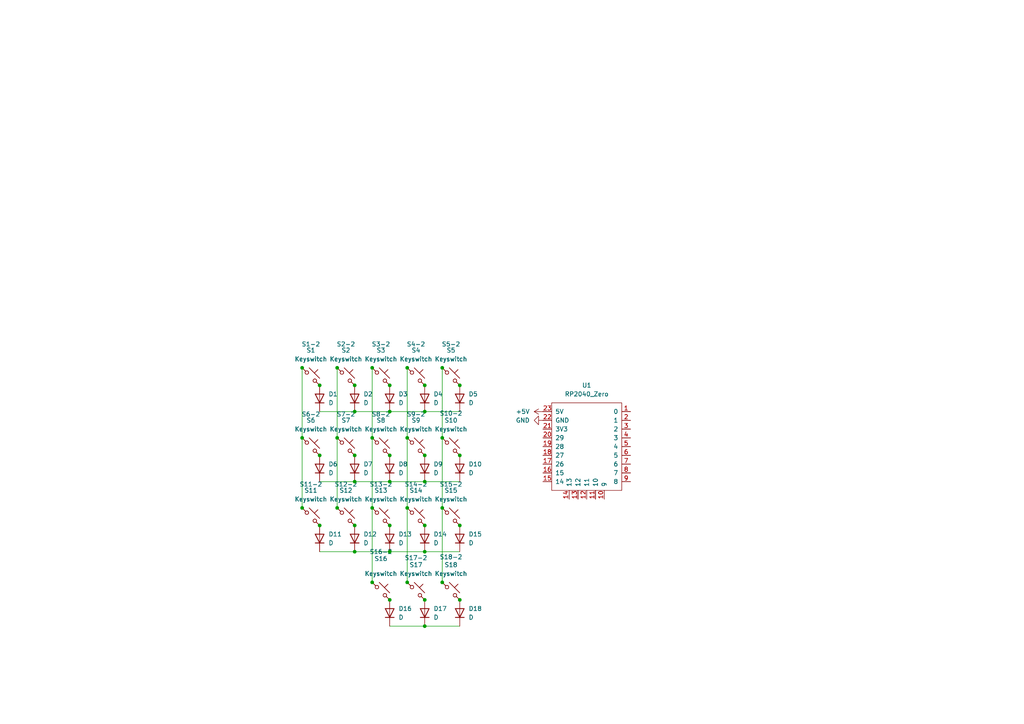
<source format=kicad_sch>
(kicad_sch (version 20250114) (generator "eeschema") (generator_version "9.0")
  (paper "A4")
  (lib_symbols
    (symbol "Device:D" (pin_numbers (hide yes)) (pin_names (offset 1.016) (hide yes))
      (property "Reference" "D" (at 0 2.54 0))
      (property "Value" "D" (at 0 -2.54 0))
      (symbol "D_0_1"
        (polyline (pts (xy -1.27 1.27) (xy -1.27 -1.27)) (stroke (width 0.254)))
        (polyline (pts (xy 1.27 1.27) (xy 1.27 -1.27) (xy -1.27 0) (xy 1.27 1.27)) (stroke (width 0.254)))
        (polyline (pts (xy 1.27 0) (xy -1.27 0)))
      )
      (symbol "D_1_1"
        (pin passive line (at -3.81 0 0) (length 2.54) (name "K") (number "1"))
        (pin passive line (at 3.81 0 180) (length 2.54) (name "A") (number "2"))
      )
    )
    (symbol "ScottoKeebs:MCU_RP2040_Zero" (pin_names (offset 1.016))
      (property "Reference" "U" (at 0 15.24 0))
      (property "Value" "RP2040_Zero" (at 0 12.7 0))
      (symbol "MCU_RP2040_Zero_0_1"
        (rectangle (start -10.16 11.43) (end 10.16 -13.97))
      )
      (symbol "MCU_RP2040_Zero_1_1"
        (pin power_out line (at -12.7 8.89 0) (length 2.54) (name "5V") (number "23"))
        (pin power_out line (at -12.7 6.35 0) (length 2.54) (name "GND") (number "22"))
        (pin power_out line (at -12.7 3.81 0) (length 2.54) (name "3V3") (number "21"))
        (pin bidirectional line (at -12.7 1.27 0) (length 2.54) (name "29") (number "20"))
        (pin bidirectional line (at -12.7 -1.27 0) (length 2.54) (name "28") (number "19"))
        (pin bidirectional line (at -12.7 -3.81 0) (length 2.54) (name "27") (number "18"))
        (pin bidirectional line (at -12.7 -6.35 0) (length 2.54) (name "26") (number "17"))
        (pin bidirectional line (at -12.7 -8.89 0) (length 2.54) (name "15") (number "16"))
        (pin bidirectional line (at -12.7 -11.43 0) (length 2.54) (name "14") (number "15"))
        (pin bidirectional line (at -5.08 -16.51 90) (length 2.54) (name "13") (number "14"))
        (pin bidirectional line (at -2.54 -16.51 90) (length 2.54) (name "12") (number "13"))
        (pin bidirectional line (at 0 -16.51 90) (length 2.54) (name "11") (number "12"))
        (pin bidirectional line (at 2.54 -16.51 90) (length 2.54) (name "10") (number "11"))
        (pin bidirectional line (at 5.08 -16.51 90) (length 2.54) (name "9") (number "10"))
        (pin bidirectional line (at 12.7 8.89 180) (length 2.54) (name "0") (number "1"))
        (pin bidirectional line (at 12.7 6.35 180) (length 2.54) (name "1") (number "2"))
        (pin bidirectional line (at 12.7 3.81 180) (length 2.54) (name "2") (number "3"))
        (pin bidirectional line (at 12.7 1.27 180) (length 2.54) (name "3") (number "4"))
        (pin bidirectional line (at 12.7 -1.27 180) (length 2.54) (name "4") (number "5"))
        (pin bidirectional line (at 12.7 -3.81 180) (length 2.54) (name "5") (number "6"))
        (pin bidirectional line (at 12.7 -6.35 180) (length 2.54) (name "6") (number "7"))
        (pin bidirectional line (at 12.7 -8.89 180) (length 2.54) (name "7") (number "8"))
        (pin bidirectional line (at 12.7 -11.43 180) (length 2.54) (name "8") (number "9"))
      )
    )
    (symbol "ScottoKeebs:Placeholder_Keyswitch" (pin_numbers (hide yes)) (pin_names (offset 1.016) (hide yes))
      (property "Reference" "S" (at 3.048 1.016 0))
      (property "Value" "Keyswitch" (at 0 -3.81 0))
      (symbol "Placeholder_Keyswitch_0_1"
        (polyline (pts (xy -2.54 2.54) (xy -1.524 1.524) (xy -1.524 1.524)))
        (circle (center -1.1684 1.1684) (radius 0.508))
        (polyline (pts (xy -0.508 2.54) (xy 2.54 -0.508)))
        (polyline (pts (xy 1.016 1.016) (xy 2.032 2.032)))
        (circle (center 1.143 -1.1938) (radius 0.508))
        (polyline (pts (xy 1.524 -1.524) (xy 2.54 -2.54) (xy 2.54 -2.54) (xy 2.54 -2.54)))
        (pin passive line (at -2.54 2.54 0) (length 0) (name "1") (number "1"))
        (pin passive line (at 2.54 -2.54 180) (length 0) (name "2") (number "2"))
      )
    )
    (symbol "power:+5V" (power) (pin_numbers (hide yes)) (pin_names (offset 0) (hide yes))
      (property "Value" "+5V" (at 0 3.556 0))
      (symbol "+5V_0_1"
        (polyline (pts (xy -0.762 1.27) (xy 0 2.54)))
        (polyline (pts (xy 0 2.54) (xy 0.762 1.27)))
        (polyline (pts (xy 0 0) (xy 0 2.54)))
      )
      (symbol "+5V_1_1"
        (pin power_in line (at 0 0 90) (length 0) (name "~") (number "1"))
      )
    )
    (symbol "power:GND" (power) (pin_numbers (hide yes)) (pin_names (offset 0) (hide yes))
      (property "Value" "GND" (at 0 -3.81 0))
      (symbol "GND_0_1"
        (polyline (pts (xy 0 0) (xy 0 -1.27) (xy 1.27 -1.27) (xy 0 -2.54) (xy -1.27 -1.27) (xy 0 -1.27)))
      )
      (symbol "GND_1_1"
        (pin power_in line (at 0 0 270) (length 0) (name "~") (number "1"))
      )
    )
  )
  (junction (at 97.79 106.68))
  (junction (at 102.87 152.4))
  (junction (at 123.19 181.61))
  (junction (at 102.87 139.7))
  (junction (at 102.87 160.02))
  (junction (at 123.19 119.38))
  (junction (at 128.27 127))
  (junction (at 113.03 111.76))
  (junction (at 113.03 173.99))
  (junction (at 113.03 119.38))
  (junction (at 107.95 106.68))
  (junction (at 97.79 147.32))
  (junction (at 113.03 160.02))
  (junction (at 133.35 111.76))
  (junction (at 123.19 111.76))
  (junction (at 102.87 132.08))
  (junction (at 102.87 119.38))
  (junction (at 128.27 106.68))
  (junction (at 118.11 147.32))
  (junction (at 113.03 152.4))
  (junction (at 133.35 152.4))
  (junction (at 92.71 111.76))
  (junction (at 118.11 106.68))
  (junction (at 123.19 132.08))
  (junction (at 87.63 147.32))
  (junction (at 113.03 132.08))
  (junction (at 107.95 168.91))
  (junction (at 123.19 160.02))
  (junction (at 97.79 127))
  (junction (at 107.95 127))
  (junction (at 133.35 132.08))
  (junction (at 118.11 127))
  (junction (at 128.27 147.32))
  (junction (at 87.63 106.68))
  (junction (at 118.11 168.91))
  (junction (at 123.19 173.99))
  (junction (at 123.19 152.4))
  (junction (at 128.27 168.91))
  (junction (at 102.87 111.76))
  (junction (at 92.71 132.08))
  (junction (at 133.35 173.99))
  (junction (at 107.95 147.32))
  (junction (at 87.63 127))
  (junction (at 113.03 139.7))
  (junction (at 92.71 152.4))
  (junction (at 123.19 139.7))
  (wire (pts (xy 128.27 127) (xy 128.27 147.32)))
  (wire (pts (xy 128.27 106.68) (xy 128.27 127)))
  (wire (pts (xy 107.95 127) (xy 107.95 147.32)))
  (wire (pts (xy 92.71 160.02) (xy 102.87 160.02)))
  (wire (pts (xy 102.87 139.7) (xy 113.03 139.7)))
  (wire (pts (xy 92.71 119.38) (xy 102.87 119.38)))
  (wire (pts (xy 97.79 127) (xy 97.79 147.32)))
  (wire (pts (xy 113.03 139.7) (xy 123.19 139.7)))
  (wire (pts (xy 107.95 106.68) (xy 107.95 127)))
  (wire (pts (xy 118.11 147.32) (xy 118.11 168.91)))
  (wire (pts (xy 87.63 106.68) (xy 87.63 127)))
  (wire (pts (xy 97.79 106.68) (xy 97.79 127)))
  (wire (pts (xy 113.03 160.02) (xy 123.19 160.02)))
  (wire (pts (xy 87.63 127) (xy 87.63 147.32)))
  (wire (pts (xy 123.19 160.02) (xy 133.35 160.02)))
  (wire (pts (xy 107.95 147.32) (xy 107.95 168.91)))
  (wire (pts (xy 102.87 160.02) (xy 113.03 160.02)))
  (wire (pts (xy 113.03 181.61) (xy 123.19 181.61)))
  (wire (pts (xy 118.11 106.68) (xy 118.11 127)))
  (wire (pts (xy 128.27 147.32) (xy 128.27 168.91)))
  (wire (pts (xy 102.87 119.38) (xy 113.03 119.38)))
  (wire (pts (xy 113.03 119.38) (xy 123.19 119.38)))
  (wire (pts (xy 92.71 139.7) (xy 102.87 139.7)))
  (wire (pts (xy 123.19 119.38) (xy 133.35 119.38)))
  (wire (pts (xy 123.19 139.7) (xy 133.35 139.7)))
  (wire (pts (xy 123.19 181.61) (xy 133.35 181.61)))
  (wire (pts (xy 118.11 127) (xy 118.11 147.32)))
  (symbol (lib_id "Device:D") (at 92.71 135.89 90) (unit 1)
    (property "Reference" "D6" (at 95.25 134.6199 90) (effects (justify right)))
    (property "Value" "D" (at 95.25 137.1599 90) (effects (justify right)))
    (property "Description" "Diode" (effects (hide yes)))
    (property "Sim.Device" "D" (effects (hide yes)))
    (property "Sim.Pins" "1=K 2=A" (effects (hide yes)))
  )
  (symbol (lib_id "ScottoKeebs:Placeholder_Keyswitch") (at 100.33 149.86 0) (unit 1)
    (property "Reference" "S12-2" (at 100.33 140.462 0))
    (property "Value" "Keyswitch" (at 100.33 144.78 0))
    (property "Footprint" "MX_Hotswap:MX-Hotswap-1U" (effects (hide yes)))
    (property "Description" "Push button switch, normally open, two pins, 45° tilted" (effects (hide yes)))
  )
  (symbol (lib_id "Device:D") (at 123.19 177.8 90) (unit 1)
    (property "Reference" "D17" (at 125.73 176.5299 90) (effects (justify right)))
    (property "Value" "D" (at 125.73 179.0699 90) (effects (justify right)))
    (property "Description" "Diode" (effects (hide yes)))
    (property "Sim.Device" "D" (effects (hide yes)))
    (property "Sim.Pins" "1=K 2=A" (effects (hide yes)))
  )
  (symbol (lib_id "ScottoKeebs:Placeholder_Keyswitch") (at 110.49 129.54 0) (unit 1)
    (property "Reference" "S8" (at 110.49 121.92 0))
    (property "Value" "Keyswitch" (at 110.49 124.46 0))
    (property "Footprint" "MX_Hotswap:MX-Hotswap-1U" (effects (hide yes)))
    (property "Description" "Push button switch, normally open, two pins, 45° tilted" (effects (hide yes)))
  )
  (symbol (lib_id "ScottoKeebs:Placeholder_Keyswitch") (at 120.65 171.45 0) (unit 1)
    (property "Reference" "S17" (at 120.65 163.83 0))
    (property "Value" "Keyswitch" (at 120.65 166.37 0))
    (property "Footprint" "MX_Hotswap:MX-Hotswap-1U" (effects (hide yes)))
    (property "Description" "Push button switch, normally open, two pins, 45° tilted" (effects (hide yes)))
  )
  (symbol (lib_id "ScottoKeebs:Placeholder_Keyswitch") (at 130.81 171.45 0) (unit 1)
    (property "Reference" "S18-2" (at 130.81 161.544 0))
    (property "Value" "Keyswitch" (at 130.81 166.37 0))
    (property "Footprint" "MX_Hotswap:MX-Hotswap-1U" (effects (hide yes)))
    (property "Description" "Push button switch, normally open, two pins, 45° tilted" (effects (hide yes)))
  )
  (symbol (lib_id "power:GND") (at 157.48 121.92 270) (unit 1)
    (property "Reference" "#PWR02" (effects (hide yes)))
    (property "Value" "GND" (at 153.67 121.9199 90) (effects (justify right)))
    (property "Description" "Power symbol creates a global label with name \"GND\" , ground" (effects (hide yes)))
  )
  (symbol (lib_id "ScottoKeebs:Placeholder_Keyswitch") (at 120.65 129.54 0) (unit 1)
    (property "Reference" "S9" (at 120.65 121.92 0))
    (property "Value" "Keyswitch" (at 120.65 124.46 0))
    (property "Footprint" "MX_Hotswap:MX-Hotswap-1U" (effects (hide yes)))
    (property "Description" "Push button switch, normally open, two pins, 45° tilted" (effects (hide yes)))
  )
  (symbol (lib_id "ScottoKeebs:Placeholder_Keyswitch") (at 130.81 149.86 0) (unit 1)
    (property "Reference" "S15" (at 130.81 142.24 0))
    (property "Value" "Keyswitch" (at 130.81 144.78 0))
    (property "Footprint" "MX_Hotswap:MX-Hotswap-1U" (effects (hide yes)))
    (property "Description" "Push button switch, normally open, two pins, 45° tilted" (effects (hide yes)))
  )
  (symbol (lib_id "Device:D") (at 123.19 156.21 90) (unit 1)
    (property "Reference" "D14" (at 125.73 154.9399 90) (effects (justify right)))
    (property "Value" "D" (at 125.73 157.4799 90) (effects (justify right)))
    (property "Description" "Diode" (effects (hide yes)))
    (property "Sim.Device" "D" (effects (hide yes)))
    (property "Sim.Pins" "1=K 2=A" (effects (hide yes)))
  )
  (symbol (lib_id "ScottoKeebs:Placeholder_Keyswitch") (at 100.33 149.86 0) (unit 1)
    (property "Reference" "S12" (at 100.33 142.24 0))
    (property "Value" "Keyswitch" (at 100.33 144.78 0))
    (property "Footprint" "MX_Hotswap:MX-Hotswap-1U" (effects (hide yes)))
    (property "Description" "Push button switch, normally open, two pins, 45° tilted" (effects (hide yes)))
  )
  (symbol (lib_id "ScottoKeebs:Placeholder_Keyswitch") (at 130.81 149.86 0) (unit 1)
    (property "Reference" "S15-2" (at 130.81 140.462 0))
    (property "Value" "Keyswitch" (at 130.81 144.78 0))
    (property "Footprint" "MX_Hotswap:MX-Hotswap-1U" (effects (hide yes)))
    (property "Description" "Push button switch, normally open, two pins, 45° tilted" (effects (hide yes)))
  )
  (symbol (lib_id "Device:D") (at 133.35 177.8 90) (unit 1)
    (property "Reference" "D18" (at 135.89 176.5299 90) (effects (justify right)))
    (property "Value" "D" (at 135.89 179.0699 90) (effects (justify right)))
    (property "Description" "Diode" (effects (hide yes)))
    (property "Sim.Device" "D" (effects (hide yes)))
    (property "Sim.Pins" "1=K 2=A" (effects (hide yes)))
  )
  (symbol (lib_id "ScottoKeebs:Placeholder_Keyswitch") (at 120.65 109.22 0) (unit 1)
    (property "Reference" "S4-2" (at 120.65 99.822 0))
    (property "Value" "Keyswitch" (at 120.65 104.14 0))
    (property "Footprint" "MX_Hotswap:MX-Hotswap-1U" (effects (hide yes)))
    (property "Description" "Push button switch, normally open, two pins, 45° tilted" (effects (hide yes)))
  )
  (symbol (lib_id "Device:D") (at 102.87 156.21 90) (unit 1)
    (property "Reference" "D12" (at 105.41 154.9399 90) (effects (justify right)))
    (property "Value" "D" (at 105.41 157.4799 90) (effects (justify right)))
    (property "Description" "Diode" (effects (hide yes)))
    (property "Sim.Device" "D" (effects (hide yes)))
    (property "Sim.Pins" "1=K 2=A" (effects (hide yes)))
  )
  (symbol (lib_id "ScottoKeebs:Placeholder_Keyswitch") (at 130.81 129.54 0) (unit 1)
    (property "Reference" "S10" (at 130.81 121.92 0))
    (property "Value" "Keyswitch" (at 130.81 124.46 0))
    (property "Footprint" "MX_Hotswap:MX-Hotswap-1U" (effects (hide yes)))
    (property "Description" "Push button switch, normally open, two pins, 45° tilted" (effects (hide yes)))
  )
  (symbol (lib_id "ScottoKeebs:Placeholder_Keyswitch") (at 130.81 109.22 0) (unit 1)
    (property "Reference" "S5-2" (at 130.81 99.822 0))
    (property "Value" "Keyswitch" (at 130.81 104.14 0))
    (property "Footprint" "MX_Hotswap:MX-Hotswap-1U" (effects (hide yes)))
    (property "Description" "Push button switch, normally open, two pins, 45° tilted" (effects (hide yes)))
  )
  (symbol (lib_id "Device:D") (at 113.03 177.8 90) (unit 1)
    (property "Reference" "D16" (at 115.57 176.5299 90) (effects (justify right)))
    (property "Value" "D" (at 115.57 179.0699 90) (effects (justify right)))
    (property "Description" "Diode" (effects (hide yes)))
    (property "Sim.Device" "D" (effects (hide yes)))
    (property "Sim.Pins" "1=K 2=A" (effects (hide yes)))
  )
  (symbol (lib_id "ScottoKeebs:Placeholder_Keyswitch") (at 90.17 129.54 0) (unit 1)
    (property "Reference" "S6-2" (at 90.17 120.142 0))
    (property "Value" "Keyswitch" (at 90.17 124.46 0))
    (property "Footprint" "MX_Hotswap:MX-Hotswap-1U" (effects (hide yes)))
    (property "Description" "Push button switch, normally open, two pins, 45° tilted" (effects (hide yes)))
  )
  (symbol (lib_id "Device:D") (at 133.35 156.21 90) (unit 1)
    (property "Reference" "D15" (at 135.89 154.9399 90) (effects (justify right)))
    (property "Value" "D" (at 135.89 157.4799 90) (effects (justify right)))
    (property "Description" "Diode" (effects (hide yes)))
    (property "Sim.Device" "D" (effects (hide yes)))
    (property "Sim.Pins" "1=K 2=A" (effects (hide yes)))
  )
  (symbol (lib_id "Device:D") (at 123.19 135.89 90) (unit 1)
    (property "Reference" "D9" (at 125.73 134.6199 90) (effects (justify right)))
    (property "Value" "D" (at 125.73 137.1599 90) (effects (justify right)))
    (property "Description" "Diode" (effects (hide yes)))
    (property "Sim.Device" "D" (effects (hide yes)))
    (property "Sim.Pins" "1=K 2=A" (effects (hide yes)))
  )
  (symbol (lib_id "Device:D") (at 133.35 115.57 90) (unit 1)
    (property "Reference" "D5" (at 135.89 114.2999 90) (effects (justify right)))
    (property "Value" "D" (at 135.89 116.8399 90) (effects (justify right)))
    (property "Description" "Diode" (effects (hide yes)))
    (property "Sim.Device" "D" (effects (hide yes)))
    (property "Sim.Pins" "1=K 2=A" (effects (hide yes)))
  )
  (symbol (lib_id "power:+5V") (at 157.48 119.38 90) (unit 1)
    (property "Reference" "#PWR01" (effects (hide yes)))
    (property "Value" "+5V" (at 153.67 119.3799 90) (effects (justify left)))
    (property "Description" "Power symbol creates a global label with name \"+5V\"" (effects (hide yes)))
  )
  (symbol (lib_id "ScottoKeebs:Placeholder_Keyswitch") (at 90.17 129.54 0) (unit 1)
    (property "Reference" "S6" (at 90.17 121.92 0))
    (property "Value" "Keyswitch" (at 90.17 124.46 0))
    (property "Footprint" "MX_Hotswap:MX-Hotswap-1U" (effects (hide yes)))
    (property "Description" "Push button switch, normally open, two pins, 45° tilted" (effects (hide yes)))
  )
  (symbol (lib_id "Device:D") (at 92.71 156.21 90) (unit 1)
    (property "Reference" "D11" (at 95.25 154.9399 90) (effects (justify right)))
    (property "Value" "D" (at 95.25 157.4799 90) (effects (justify right)))
    (property "Description" "Diode" (effects (hide yes)))
    (property "Sim.Device" "D" (effects (hide yes)))
    (property "Sim.Pins" "1=K 2=A" (effects (hide yes)))
  )
  (symbol (lib_id "ScottoKeebs:Placeholder_Keyswitch") (at 90.17 149.86 0) (unit 1)
    (property "Reference" "S11-2" (at 90.17 140.462 0))
    (property "Value" "Keyswitch" (at 90.17 144.78 0))
    (property "Footprint" "MX_Hotswap:MX-Hotswap-1U" (effects (hide yes)))
    (property "Description" "Push button switch, normally open, two pins, 45° tilted" (effects (hide yes)))
  )
  (symbol (lib_id "ScottoKeebs:Placeholder_Keyswitch") (at 110.49 171.45 0) (unit 1)
    (property "Reference" "S16" (at 110.49 162.052 0))
    (property "Value" "Keyswitch" (at 110.49 166.37 0))
    (property "Footprint" "MX_Hotswap:MX-Hotswap-1U" (effects (hide yes)))
    (property "Description" "Push button switch, normally open, two pins, 45° tilted" (effects (hide yes)))
  )
  (symbol (lib_id "ScottoKeebs:Placeholder_Keyswitch") (at 110.49 149.86 0) (unit 1)
    (property "Reference" "S13" (at 110.49 142.24 0))
    (property "Value" "Keyswitch" (at 110.49 144.78 0))
    (property "Footprint" "MX_Hotswap:MX-Hotswap-1U" (effects (hide yes)))
    (property "Description" "Push button switch, normally open, two pins, 45° tilted" (effects (hide yes)))
  )
  (symbol (lib_id "ScottoKeebs:Placeholder_Keyswitch") (at 130.81 129.54 0) (unit 1)
    (property "Reference" "S10-2" (at 130.81 119.888 0))
    (property "Value" "Keyswitch" (at 130.81 124.46 0))
    (property "Footprint" "MX_Hotswap:MX-Hotswap-1U" (effects (hide yes)))
    (property "Description" "Push button switch, normally open, two pins, 45° tilted" (effects (hide yes)))
  )
  (symbol (lib_id "Device:D") (at 113.03 156.21 90) (unit 1)
    (property "Reference" "D13" (at 115.57 154.9399 90) (effects (justify right)))
    (property "Value" "D" (at 115.57 157.4799 90) (effects (justify right)))
    (property "Description" "Diode" (effects (hide yes)))
    (property "Sim.Device" "D" (effects (hide yes)))
    (property "Sim.Pins" "1=K 2=A" (effects (hide yes)))
  )
  (symbol (lib_id "ScottoKeebs:Placeholder_Keyswitch") (at 110.49 171.45 0) (unit 1)
    (property "Reference" "S16-2" (at 110.49 160.02 0))
    (property "Value" "Keyswitch" (at 110.49 166.37 0))
    (property "Footprint" "MX_Hotswap:MX-Hotswap-1U" (effects (hide yes)))
    (property "Description" "Push button switch, normally open, two pins, 45° tilted" (effects (hide yes)))
  )
  (symbol (lib_id "Device:D") (at 113.03 115.57 90) (unit 1)
    (property "Reference" "D3" (at 115.57 114.2999 90) (effects (justify right)))
    (property "Value" "D" (at 115.57 116.8399 90) (effects (justify right)))
    (property "Description" "Diode" (effects (hide yes)))
    (property "Sim.Device" "D" (effects (hide yes)))
    (property "Sim.Pins" "1=K 2=A" (effects (hide yes)))
  )
  (symbol (lib_id "ScottoKeebs:Placeholder_Keyswitch") (at 100.33 109.22 0) (unit 1)
    (property "Reference" "S2-2" (at 100.33 99.822 0))
    (property "Value" "Keyswitch" (at 100.33 104.14 0))
    (property "Footprint" "MX_Hotswap:MX-Hotswap-1U" (effects (hide yes)))
    (property "Description" "Push button switch, normally open, two pins, 45° tilted" (effects (hide yes)))
  )
  (symbol (lib_id "ScottoKeebs:Placeholder_Keyswitch") (at 120.65 171.45 0) (unit 1)
    (property "Reference" "S17-2" (at 120.65 161.798 0))
    (property "Value" "Keyswitch" (at 120.65 166.37 0))
    (property "Footprint" "MX_Hotswap:MX-Hotswap-1U" (effects (hide yes)))
    (property "Description" "Push button switch, normally open, two pins, 45° tilted" (effects (hide yes)))
  )
  (symbol (lib_id "ScottoKeebs:Placeholder_Keyswitch") (at 120.65 129.54 0) (unit 1)
    (property "Reference" "S9-2" (at 120.65 120.142 0))
    (property "Value" "Keyswitch" (at 120.65 124.46 0))
    (property "Footprint" "MX_Hotswap:MX-Hotswap-1U" (effects (hide yes)))
    (property "Description" "Push button switch, normally open, two pins, 45° tilted" (effects (hide yes)))
  )
  (symbol (lib_id "Device:D") (at 133.35 135.89 90) (unit 1)
    (property "Reference" "D10" (at 135.89 134.6199 90) (effects (justify right)))
    (property "Value" "D" (at 135.89 137.1599 90) (effects (justify right)))
    (property "Description" "Diode" (effects (hide yes)))
    (property "Sim.Device" "D" (effects (hide yes)))
    (property "Sim.Pins" "1=K 2=A" (effects (hide yes)))
  )
  (symbol (lib_id "ScottoKeebs:Placeholder_Keyswitch") (at 100.33 129.54 0) (unit 1)
    (property "Reference" "S7-2" (at 100.33 120.142 0))
    (property "Value" "Keyswitch" (at 100.33 124.46 0))
    (property "Footprint" "MX_Hotswap:MX-Hotswap-1U" (effects (hide yes)))
    (property "Description" "Push button switch, normally open, two pins, 45° tilted" (effects (hide yes)))
  )
  (symbol (lib_id "ScottoKeebs:Placeholder_Keyswitch") (at 130.81 171.45 0) (unit 1)
    (property "Reference" "S18" (at 130.81 163.83 0))
    (property "Value" "Keyswitch" (at 130.81 166.37 0))
    (property "Footprint" "MX_Hotswap:MX-Hotswap-1U" (effects (hide yes)))
    (property "Description" "Push button switch, normally open, two pins, 45° tilted" (effects (hide yes)))
  )
  (symbol (lib_id "ScottoKeebs:Placeholder_Keyswitch") (at 120.65 149.86 0) (unit 1)
    (property "Reference" "S14" (at 120.65 142.24 0))
    (property "Value" "Keyswitch" (at 120.65 144.78 0))
    (property "Footprint" "MX_Hotswap:MX-Hotswap-1U" (effects (hide yes)))
    (property "Description" "Push button switch, normally open, two pins, 45° tilted" (effects (hide yes)))
  )
  (symbol (lib_id "ScottoKeebs:Placeholder_Keyswitch") (at 110.49 129.54 0) (unit 1)
    (property "Reference" "S8-2" (at 110.49 120.142 0))
    (property "Value" "Keyswitch" (at 110.49 124.46 0))
    (property "Footprint" "MX_Hotswap:MX-Hotswap-1U" (effects (hide yes)))
    (property "Description" "Push button switch, normally open, two pins, 45° tilted" (effects (hide yes)))
  )
  (symbol (lib_id "ScottoKeebs:Placeholder_Keyswitch") (at 90.17 109.22 0) (unit 1)
    (property "Reference" "S1-2" (at 90.17 99.822 0))
    (property "Value" "Keyswitch" (at 90.17 104.14 0))
    (property "Footprint" "MX_Hotswap:MX-Hotswap-1U" (effects (hide yes)))
    (property "Description" "Push button switch, normally open, two pins, 45° tilted" (effects (hide yes)))
  )
  (symbol (lib_id "Device:D") (at 102.87 135.89 90) (unit 1)
    (property "Reference" "D7" (at 105.41 134.6199 90) (effects (justify right)))
    (property "Value" "D" (at 105.41 137.1599 90) (effects (justify right)))
    (property "Description" "Diode" (effects (hide yes)))
    (property "Sim.Device" "D" (effects (hide yes)))
    (property "Sim.Pins" "1=K 2=A" (effects (hide yes)))
  )
  (symbol (lib_id "ScottoKeebs:Placeholder_Keyswitch") (at 110.49 109.22 0) (unit 1)
    (property "Reference" "S3" (at 110.49 101.6 0))
    (property "Value" "Keyswitch" (at 110.49 104.14 0))
    (property "Footprint" "MX_Hotswap:MX-Hotswap-1U" (effects (hide yes)))
    (property "Description" "Push button switch, normally open, two pins, 45° tilted" (effects (hide yes)))
  )
  (symbol (lib_id "Device:D") (at 123.19 115.57 90) (unit 1)
    (property "Reference" "D4" (at 125.73 114.2999 90) (effects (justify right)))
    (property "Value" "D" (at 125.73 116.8399 90) (effects (justify right)))
    (property "Description" "Diode" (effects (hide yes)))
    (property "Sim.Device" "D" (effects (hide yes)))
    (property "Sim.Pins" "1=K 2=A" (effects (hide yes)))
  )
  (symbol (lib_id "Device:D") (at 102.87 115.57 90) (unit 1)
    (property "Reference" "D2" (at 105.41 114.2999 90) (effects (justify right)))
    (property "Value" "D" (at 105.41 116.8399 90) (effects (justify right)))
    (property "Description" "Diode" (effects (hide yes)))
    (property "Sim.Device" "D" (effects (hide yes)))
    (property "Sim.Pins" "1=K 2=A" (effects (hide yes)))
  )
  (symbol (lib_id "ScottoKeebs:Placeholder_Keyswitch") (at 120.65 109.22 0) (unit 1)
    (property "Reference" "S4" (at 120.65 101.6 0))
    (property "Value" "Keyswitch" (at 120.65 104.14 0))
    (property "Footprint" "MX_Hotswap:MX-Hotswap-1U" (effects (hide yes)))
    (property "Description" "Push button switch, normally open, two pins, 45° tilted" (effects (hide yes)))
  )
  (symbol (lib_id "ScottoKeebs:Placeholder_Keyswitch") (at 100.33 129.54 0) (unit 1)
    (property "Reference" "S7" (at 100.33 121.92 0))
    (property "Value" "Keyswitch" (at 100.33 124.46 0))
    (property "Footprint" "MX_Hotswap:MX-Hotswap-1U" (effects (hide yes)))
    (property "Description" "Push button switch, normally open, two pins, 45° tilted" (effects (hide yes)))
  )
  (symbol (lib_id "ScottoKeebs:Placeholder_Keyswitch") (at 100.33 109.22 0) (unit 1)
    (property "Reference" "S2" (at 100.33 101.6 0))
    (property "Value" "Keyswitch" (at 100.33 104.14 0))
    (property "Footprint" "MX_Hotswap:MX-Hotswap-1U" (effects (hide yes)))
    (property "Description" "Push button switch, normally open, two pins, 45° tilted" (effects (hide yes)))
  )
  (symbol (lib_id "ScottoKeebs:Placeholder_Keyswitch") (at 90.17 109.22 0) (unit 1)
    (property "Reference" "S1" (at 90.17 101.6 0))
    (property "Value" "Keyswitch" (at 90.17 104.14 0))
    (property "Footprint" "MX_Hotswap:MX-Hotswap-1U" (effects (hide yes)))
    (property "Description" "Push button switch, normally open, two pins, 45° tilted" (effects (hide yes)))
  )
  (symbol (lib_id "ScottoKeebs:Placeholder_Keyswitch") (at 130.81 109.22 0) (unit 1)
    (property "Reference" "S5" (at 130.81 101.6 0))
    (property "Value" "Keyswitch" (at 130.81 104.14 0))
    (property "Footprint" "MX_Hotswap:MX-Hotswap-1U" (effects (hide yes)))
    (property "Description" "Push button switch, normally open, two pins, 45° tilted" (effects (hide yes)))
  )
  (symbol (lib_id "Device:D") (at 92.71 115.57 90) (unit 1)
    (property "Reference" "D1" (at 95.25 114.2999 90) (effects (justify right)))
    (property "Value" "D" (at 95.25 116.8399 90) (effects (justify right)))
    (property "Description" "Diode" (effects (hide yes)))
    (property "Sim.Device" "D" (effects (hide yes)))
    (property "Sim.Pins" "1=K 2=A" (effects (hide yes)))
  )
  (symbol (lib_id "ScottoKeebs:Placeholder_Keyswitch") (at 90.17 149.86 0) (unit 1)
    (property "Reference" "S11" (at 90.17 142.24 0))
    (property "Value" "Keyswitch" (at 90.17 144.78 0))
    (property "Footprint" "MX_Hotswap:MX-Hotswap-1U" (effects (hide yes)))
    (property "Description" "Push button switch, normally open, two pins, 45° tilted" (effects (hide yes)))
  )
  (symbol (lib_id "ScottoKeebs:Placeholder_Keyswitch") (at 110.49 149.86 0) (unit 1)
    (property "Reference" "S13-2" (at 110.49 140.462 0))
    (property "Value" "Keyswitch" (at 110.49 144.78 0))
    (property "Footprint" "MX_Hotswap:MX-Hotswap-1U" (effects (hide yes)))
    (property "Description" "Push button switch, normally open, two pins, 45° tilted" (effects (hide yes)))
  )
  (symbol (lib_id "Device:D") (at 113.03 135.89 90) (unit 1)
    (property "Reference" "D8" (at 115.57 134.6199 90) (effects (justify right)))
    (property "Value" "D" (at 115.57 137.1599 90) (effects (justify right)))
    (property "Description" "Diode" (effects (hide yes)))
    (property "Sim.Device" "D" (effects (hide yes)))
    (property "Sim.Pins" "1=K 2=A" (effects (hide yes)))
  )
  (symbol (lib_id "ScottoKeebs:Placeholder_Keyswitch") (at 120.65 149.86 0) (unit 1)
    (property "Reference" "S14-2" (at 120.65 140.462 0))
    (property "Value" "Keyswitch" (at 120.65 144.78 0))
    (property "Footprint" "MX_Hotswap:MX-Hotswap-1U" (effects (hide yes)))
    (property "Description" "Push button switch, normally open, two pins, 45° tilted" (effects (hide yes)))
  )
  (symbol (lib_id "ScottoKeebs:Placeholder_Keyswitch") (at 110.49 109.22 0) (unit 1)
    (property "Reference" "S3-2" (at 110.49 99.822 0))
    (property "Value" "Keyswitch" (at 110.49 104.14 0))
    (property "Footprint" "MX_Hotswap:MX-Hotswap-1U" (effects (hide yes)))
    (property "Description" "Push button switch, normally open, two pins, 45° tilted" (effects (hide yes)))
  )
  (symbol (lib_id "ScottoKeebs:MCU_RP2040_Zero") (at 170.18 128.27 0) (unit 1)
    (property "Reference" "U1" (at 170.18 111.76 0))
    (property "Value" "RP2040_Zero" (at 170.18 114.3 0))
    (property "Footprint" "ScottoKeebs_MCU:RP2040_Zero" (effects (hide yes)))
  )
)
</source>
